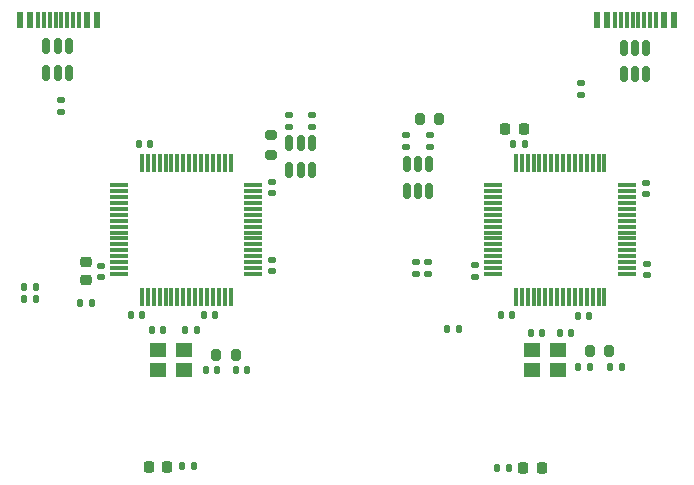
<source format=gtp>
G04 #@! TF.GenerationSoftware,KiCad,Pcbnew,9.0.2*
G04 #@! TF.CreationDate,2025-05-27T22:59:10+12:00*
G04 #@! TF.ProjectId,Koca58,4b6f6361-3538-42e6-9b69-6361645f7063,v1.0.3*
G04 #@! TF.SameCoordinates,Original*
G04 #@! TF.FileFunction,Paste,Top*
G04 #@! TF.FilePolarity,Positive*
%FSLAX46Y46*%
G04 Gerber Fmt 4.6, Leading zero omitted, Abs format (unit mm)*
G04 Created by KiCad (PCBNEW 9.0.2) date 2025-05-27 22:59:10*
%MOMM*%
%LPD*%
G01*
G04 APERTURE LIST*
G04 Aperture macros list*
%AMRoundRect*
0 Rectangle with rounded corners*
0 $1 Rounding radius*
0 $2 $3 $4 $5 $6 $7 $8 $9 X,Y pos of 4 corners*
0 Add a 4 corners polygon primitive as box body*
4,1,4,$2,$3,$4,$5,$6,$7,$8,$9,$2,$3,0*
0 Add four circle primitives for the rounded corners*
1,1,$1+$1,$2,$3*
1,1,$1+$1,$4,$5*
1,1,$1+$1,$6,$7*
1,1,$1+$1,$8,$9*
0 Add four rect primitives between the rounded corners*
20,1,$1+$1,$2,$3,$4,$5,0*
20,1,$1+$1,$4,$5,$6,$7,0*
20,1,$1+$1,$6,$7,$8,$9,0*
20,1,$1+$1,$8,$9,$2,$3,0*%
G04 Aperture macros list end*
%ADD10RoundRect,0.135000X-0.185000X0.135000X-0.185000X-0.135000X0.185000X-0.135000X0.185000X0.135000X0*%
%ADD11RoundRect,0.200000X-0.275000X0.200000X-0.275000X-0.200000X0.275000X-0.200000X0.275000X0.200000X0*%
%ADD12R,1.400000X1.200000*%
%ADD13RoundRect,0.140000X-0.140000X-0.170000X0.140000X-0.170000X0.140000X0.170000X-0.140000X0.170000X0*%
%ADD14RoundRect,0.150000X0.150000X-0.512500X0.150000X0.512500X-0.150000X0.512500X-0.150000X-0.512500X0*%
%ADD15RoundRect,0.200000X-0.200000X-0.275000X0.200000X-0.275000X0.200000X0.275000X-0.200000X0.275000X0*%
%ADD16RoundRect,0.075000X0.075000X-0.700000X0.075000X0.700000X-0.075000X0.700000X-0.075000X-0.700000X0*%
%ADD17RoundRect,0.075000X0.700000X-0.075000X0.700000X0.075000X-0.700000X0.075000X-0.700000X-0.075000X0*%
%ADD18RoundRect,0.200000X0.200000X0.275000X-0.200000X0.275000X-0.200000X-0.275000X0.200000X-0.275000X0*%
%ADD19RoundRect,0.140000X0.140000X0.170000X-0.140000X0.170000X-0.140000X-0.170000X0.140000X-0.170000X0*%
%ADD20RoundRect,0.140000X-0.170000X0.140000X-0.170000X-0.140000X0.170000X-0.140000X0.170000X0.140000X0*%
%ADD21R,0.600000X1.450000*%
%ADD22R,0.300000X1.450000*%
%ADD23RoundRect,0.225000X-0.225000X-0.250000X0.225000X-0.250000X0.225000X0.250000X-0.225000X0.250000X0*%
%ADD24RoundRect,0.140000X0.170000X-0.140000X0.170000X0.140000X-0.170000X0.140000X-0.170000X-0.140000X0*%
%ADD25RoundRect,0.135000X0.185000X-0.135000X0.185000X0.135000X-0.185000X0.135000X-0.185000X-0.135000X0*%
%ADD26RoundRect,0.225000X0.250000X-0.225000X0.250000X0.225000X-0.250000X0.225000X-0.250000X-0.225000X0*%
%ADD27RoundRect,0.150000X-0.150000X0.512500X-0.150000X-0.512500X0.150000X-0.512500X0.150000X0.512500X0*%
%ADD28RoundRect,0.135000X-0.135000X-0.185000X0.135000X-0.185000X0.135000X0.185000X-0.135000X0.185000X0*%
%ADD29RoundRect,0.135000X0.135000X0.185000X-0.135000X0.185000X-0.135000X-0.185000X0.135000X-0.185000X0*%
%ADD30RoundRect,0.218750X-0.218750X-0.256250X0.218750X-0.256250X0.218750X0.256250X-0.218750X0.256250X0*%
%ADD31RoundRect,0.218750X0.218750X0.256250X-0.218750X0.256250X-0.218750X-0.256250X0.218750X-0.256250X0*%
G04 APERTURE END LIST*
D10*
X211125000Y-108790000D03*
X211125000Y-109810000D03*
D11*
X197725000Y-108775001D03*
X197725000Y-110425001D03*
D12*
X188119000Y-128650000D03*
X190319000Y-128650000D03*
X190319000Y-126950000D03*
X188119000Y-126950000D03*
D13*
X222151000Y-125552200D03*
X223111000Y-125552200D03*
D14*
X199250000Y-111762501D03*
X200200000Y-111762501D03*
X201150000Y-111762501D03*
X201150000Y-109487501D03*
X200200000Y-109487501D03*
X199250000Y-109487501D03*
D13*
X194690000Y-128670000D03*
X195650000Y-128670000D03*
D15*
X193075000Y-127400000D03*
X194725000Y-127400000D03*
D16*
X186769000Y-122450000D03*
X187269000Y-122450000D03*
X187769000Y-122450000D03*
X188269000Y-122450000D03*
X188769000Y-122450000D03*
X189269000Y-122450000D03*
X189769000Y-122450000D03*
X190269000Y-122450000D03*
X190769000Y-122450000D03*
X191269000Y-122450000D03*
X191769000Y-122450000D03*
X192269000Y-122450000D03*
X192769000Y-122450000D03*
X193269000Y-122450000D03*
X193769000Y-122450000D03*
X194269000Y-122450000D03*
D17*
X196194000Y-120525000D03*
X196194000Y-120025000D03*
X196194000Y-119525000D03*
X196194000Y-119025000D03*
X196194000Y-118525000D03*
X196194000Y-118025000D03*
X196194000Y-117525000D03*
X196194000Y-117025000D03*
X196194000Y-116525000D03*
X196194000Y-116025000D03*
X196194000Y-115525000D03*
X196194000Y-115025000D03*
X196194000Y-114525000D03*
X196194000Y-114025000D03*
X196194000Y-113525000D03*
X196194000Y-113025000D03*
D16*
X194269000Y-111100000D03*
X193769000Y-111100000D03*
X193269000Y-111100000D03*
X192769000Y-111100000D03*
X192269000Y-111100000D03*
X191769000Y-111100000D03*
X191269000Y-111100000D03*
X190769000Y-111100000D03*
X190269000Y-111100000D03*
X189769000Y-111100000D03*
X189269000Y-111100000D03*
X188769000Y-111100000D03*
X188269000Y-111100000D03*
X187769000Y-111100000D03*
X187269000Y-111100000D03*
X186769000Y-111100000D03*
D17*
X184844000Y-113025000D03*
X184844000Y-113525000D03*
X184844000Y-114025000D03*
X184844000Y-114525000D03*
X184844000Y-115025000D03*
X184844000Y-115525000D03*
X184844000Y-116025000D03*
X184844000Y-116525000D03*
X184844000Y-117025000D03*
X184844000Y-117525000D03*
X184844000Y-118025000D03*
X184844000Y-118525000D03*
X184844000Y-119025000D03*
X184844000Y-119525000D03*
X184844000Y-120025000D03*
X184844000Y-120525000D03*
D18*
X211950000Y-107400000D03*
X210300000Y-107400000D03*
D10*
X199250000Y-107065001D03*
X199250000Y-108085001D03*
D19*
X220670000Y-125525000D03*
X219710000Y-125525000D03*
D20*
X229489000Y-119662000D03*
X229489000Y-120622000D03*
D13*
X226420000Y-128400000D03*
X227380000Y-128400000D03*
D19*
X186780000Y-124000000D03*
X185820000Y-124000000D03*
D21*
X231806000Y-99045000D03*
X231006000Y-99045000D03*
D22*
X229806000Y-99045000D03*
X228806000Y-99045000D03*
X228306000Y-99045000D03*
X227306000Y-99045000D03*
D21*
X226106000Y-99045000D03*
X225306000Y-99045000D03*
X225306000Y-99045000D03*
X226106000Y-99045000D03*
D22*
X226806000Y-99045000D03*
X227806000Y-99045000D03*
X229306000Y-99045000D03*
X230306000Y-99045000D03*
D21*
X231006000Y-99045000D03*
X231806000Y-99045000D03*
D14*
X209175000Y-113525000D03*
X210125000Y-113525000D03*
X211075000Y-113525000D03*
X211075000Y-111250000D03*
X210125000Y-111250000D03*
X209175000Y-111250000D03*
D13*
X218220000Y-109550000D03*
X219180000Y-109550000D03*
D10*
X210000000Y-119490000D03*
X210000000Y-120510000D03*
D23*
X217525000Y-108300000D03*
X219075000Y-108300000D03*
D24*
X214925000Y-120755000D03*
X214925000Y-119795000D03*
D15*
X224675000Y-127100000D03*
X226325000Y-127100000D03*
D20*
X197800000Y-112720000D03*
X197800000Y-113680000D03*
D25*
X179940000Y-106810000D03*
X179940000Y-105790000D03*
D26*
X182000000Y-121075000D03*
X182000000Y-119525000D03*
D10*
X223980000Y-104350000D03*
X223980000Y-105370000D03*
D19*
X224635000Y-124079000D03*
X223675000Y-124079000D03*
D21*
X182950000Y-99045000D03*
X182150000Y-99045000D03*
D22*
X180950000Y-99045000D03*
X179950000Y-99045000D03*
X179450000Y-99045000D03*
X178450000Y-99045000D03*
D21*
X177250000Y-99045000D03*
X176450000Y-99045000D03*
X176450000Y-99045000D03*
X177250000Y-99045000D03*
D22*
X177950000Y-99045000D03*
X178950000Y-99045000D03*
X180450000Y-99045000D03*
X181450000Y-99045000D03*
D21*
X182150000Y-99045000D03*
X182950000Y-99045000D03*
D10*
X201175000Y-107065001D03*
X201175000Y-108085001D03*
D27*
X180575000Y-101262500D03*
X179625000Y-101262500D03*
X178675000Y-101262500D03*
X178675000Y-103537500D03*
X179625000Y-103537500D03*
X180575000Y-103537500D03*
D13*
X186520000Y-109500000D03*
X187480000Y-109500000D03*
D24*
X183300000Y-120780000D03*
X183300000Y-119820000D03*
D28*
X176782000Y-122631200D03*
X177802000Y-122631200D03*
D16*
X218425000Y-122450000D03*
X218925000Y-122450000D03*
X219425000Y-122450000D03*
X219925000Y-122450000D03*
X220425000Y-122450000D03*
X220925000Y-122450000D03*
X221425000Y-122450000D03*
X221925000Y-122450000D03*
X222425000Y-122450000D03*
X222925000Y-122450000D03*
X223425000Y-122450000D03*
X223925000Y-122450000D03*
X224425000Y-122450000D03*
X224925000Y-122450000D03*
X225425000Y-122450000D03*
X225925000Y-122450000D03*
D17*
X227850000Y-120525000D03*
X227850000Y-120025000D03*
X227850000Y-119525000D03*
X227850000Y-119025000D03*
X227850000Y-118525000D03*
X227850000Y-118025000D03*
X227850000Y-117525000D03*
X227850000Y-117025000D03*
X227850000Y-116525000D03*
X227850000Y-116025000D03*
X227850000Y-115525000D03*
X227850000Y-115025000D03*
X227850000Y-114525000D03*
X227850000Y-114025000D03*
X227850000Y-113525000D03*
X227850000Y-113025000D03*
D16*
X225925000Y-111100000D03*
X225425000Y-111100000D03*
X224925000Y-111100000D03*
X224425000Y-111100000D03*
X223925000Y-111100000D03*
X223425000Y-111100000D03*
X222925000Y-111100000D03*
X222425000Y-111100000D03*
X221925000Y-111100000D03*
X221425000Y-111100000D03*
X220925000Y-111100000D03*
X220425000Y-111100000D03*
X219925000Y-111100000D03*
X219425000Y-111100000D03*
X218925000Y-111100000D03*
X218425000Y-111100000D03*
D17*
X216500000Y-113025000D03*
X216500000Y-113525000D03*
X216500000Y-114025000D03*
X216500000Y-114525000D03*
X216500000Y-115025000D03*
X216500000Y-115525000D03*
X216500000Y-116025000D03*
X216500000Y-116525000D03*
X216500000Y-117025000D03*
X216500000Y-117525000D03*
X216500000Y-118025000D03*
X216500000Y-118525000D03*
X216500000Y-119025000D03*
X216500000Y-119525000D03*
X216500000Y-120025000D03*
X216500000Y-120525000D03*
D28*
X176782000Y-121615200D03*
X177802000Y-121615200D03*
D29*
X182577200Y-122986800D03*
X181557200Y-122986800D03*
D19*
X193110000Y-128670000D03*
X192150000Y-128670000D03*
D29*
X217810000Y-136950000D03*
X216790000Y-136950000D03*
D30*
X219057500Y-136950000D03*
X220632500Y-136950000D03*
D19*
X188580000Y-125300000D03*
X187620000Y-125300000D03*
D20*
X197800000Y-119320000D03*
X197800000Y-120280000D03*
D29*
X213610000Y-125200000D03*
X212590000Y-125200000D03*
D28*
X190165000Y-136825000D03*
X191185000Y-136825000D03*
D10*
X209150000Y-108790000D03*
X209150000Y-109810000D03*
D20*
X229425000Y-112820000D03*
X229425000Y-113780000D03*
D19*
X218105000Y-124025000D03*
X217145000Y-124025000D03*
D12*
X219775000Y-128650000D03*
X221975000Y-128650000D03*
X221975000Y-126950000D03*
X219775000Y-126950000D03*
D19*
X224680000Y-128400000D03*
X223720000Y-128400000D03*
D27*
X229475000Y-101362500D03*
X228525000Y-101362500D03*
X227575000Y-101362500D03*
X227575000Y-103637500D03*
X228525000Y-103637500D03*
X229475000Y-103637500D03*
D31*
X188912500Y-136850000D03*
X187337500Y-136850000D03*
D19*
X192980000Y-124000000D03*
X192020000Y-124000000D03*
D13*
X190440000Y-125300000D03*
X191400000Y-125300000D03*
D10*
X211000000Y-119490000D03*
X211000000Y-120510000D03*
M02*

</source>
